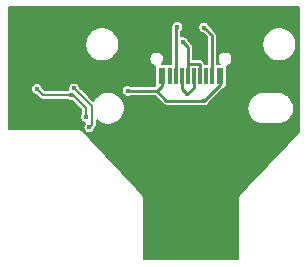
<source format=gbr>
%TF.GenerationSoftware,KiCad,Pcbnew,(5.1.10)-1*%
%TF.CreationDate,2022-03-08T18:55:03-05:00*%
%TF.ProjectId,001,3030312e-6b69-4636-9164-5f7063625858,rev?*%
%TF.SameCoordinates,Original*%
%TF.FileFunction,Copper,L2,Bot*%
%TF.FilePolarity,Positive*%
%FSLAX46Y46*%
G04 Gerber Fmt 4.6, Leading zero omitted, Abs format (unit mm)*
G04 Created by KiCad (PCBNEW (5.1.10)-1) date 2022-03-08 18:55:03*
%MOMM*%
%LPD*%
G01*
G04 APERTURE LIST*
%TA.AperFunction,SMDPad,CuDef*%
%ADD10R,0.600000X1.450000*%
%TD*%
%TA.AperFunction,SMDPad,CuDef*%
%ADD11R,0.300000X1.450000*%
%TD*%
%TA.AperFunction,ComponentPad*%
%ADD12O,1.000000X2.100000*%
%TD*%
%TA.AperFunction,ComponentPad*%
%ADD13O,1.000000X1.600000*%
%TD*%
%TA.AperFunction,ViaPad*%
%ADD14C,0.400000*%
%TD*%
%TA.AperFunction,Conductor*%
%ADD15C,0.250000*%
%TD*%
%TA.AperFunction,Conductor*%
%ADD16C,0.200000*%
%TD*%
%TA.AperFunction,Conductor*%
%ADD17C,0.100000*%
%TD*%
G04 APERTURE END LIST*
D10*
%TO.P,USB,B1*%
%TO.N,GND*%
X123154900Y-59515900D03*
%TO.P,USB,A9*%
%TO.N,VCC*%
X122354900Y-59515900D03*
%TO.P,USB,B9*%
X117454900Y-59515900D03*
%TO.P,USB,B12*%
%TO.N,GND*%
X116654900Y-59515900D03*
%TO.P,USB,A1*%
X116654900Y-59515900D03*
%TO.P,USB,A4*%
%TO.N,VCC*%
X117454900Y-59515900D03*
%TO.P,USB,B4*%
X122354900Y-59515900D03*
%TO.P,USB,A12*%
%TO.N,GND*%
X123154900Y-59515900D03*
D11*
%TO.P,USB,B8*%
%TO.N,Net-(J1-PadB8)*%
X118154900Y-59515900D03*
%TO.P,USB,A5*%
%TO.N,Net-(J1-PadA5)*%
X118654900Y-59515900D03*
%TO.P,USB,B7*%
%TO.N,Net-(J1-PadA7)*%
X119154900Y-59515900D03*
%TO.P,USB,A7*%
X120154900Y-59515900D03*
%TO.P,USB,B6*%
%TO.N,Net-(J1-PadA6)*%
X120654900Y-59515900D03*
%TO.P,USB,A8*%
%TO.N,Net-(J1-PadA8)*%
X121154900Y-59515900D03*
%TO.P,USB,B5*%
%TO.N,Net-(J1-PadB5)*%
X121654900Y-59515900D03*
%TO.P,USB,A6*%
%TO.N,Net-(J1-PadA6)*%
X119654900Y-59515900D03*
D12*
%TO.P,USB,S1*%
%TO.N,GND*%
X124224900Y-58600900D03*
X115584900Y-58600900D03*
D13*
X115584900Y-54420900D03*
X124224900Y-54420900D03*
%TD*%
D14*
%TO.N,GND*%
X114465100Y-56540400D03*
X110159800Y-58788300D03*
X110350300Y-57124600D03*
X112306100Y-54254400D03*
X106527600Y-57569100D03*
X119507000Y-68986400D03*
X116382800Y-70878700D03*
X112052100Y-59893200D03*
X112953800Y-58864500D03*
X109791500Y-59969400D03*
X106464100Y-56146700D03*
X121742200Y-70624700D03*
X106553000Y-59029600D03*
X110151346Y-62124454D03*
%TO.N,Net-(J1-PadA6)*%
X119204900Y-56620900D03*
%TO.N,Net-(J1-PadB5)*%
X121004900Y-55420900D03*
%TO.N,Net-(J1-PadA7)*%
X119604900Y-61070900D03*
%TO.N,Net-(J1-PadA5)*%
X118754900Y-55370900D03*
%TO.N,VCC*%
X114546168Y-60779632D03*
X121034901Y-61595901D03*
%TO.N,/R*%
X106857800Y-60629800D03*
X111027496Y-63000604D03*
X109778800Y-61120900D03*
%TO.N,/G*%
X111298071Y-63873029D03*
X110015139Y-60569406D03*
%TD*%
D15*
%TO.N,Net-(J1-PadA6)*%
X119744899Y-58465899D02*
X119654900Y-58555898D01*
X119654900Y-58555898D02*
X119654900Y-59515900D01*
X119654900Y-59515900D02*
X119654900Y-57070900D01*
X119654900Y-57070900D02*
X119204900Y-56620900D01*
X120654900Y-58540900D02*
X120579899Y-58465899D01*
X120654900Y-59515900D02*
X120654900Y-58540900D01*
X120579899Y-58465899D02*
X119744899Y-58465899D01*
%TO.N,Net-(J1-PadB5)*%
X121654900Y-56070900D02*
X121004900Y-55420900D01*
X121654900Y-59515900D02*
X121654900Y-56070900D01*
%TO.N,Net-(J1-PadA7)*%
X119154900Y-60620900D02*
X119154900Y-59515900D01*
X120154900Y-59515900D02*
X120154900Y-60520900D01*
X120154900Y-60520900D02*
X119604900Y-61070900D01*
X119604900Y-61070900D02*
X119154900Y-60620900D01*
%TO.N,Net-(J1-PadA5)*%
X118654900Y-59515900D02*
X118654900Y-55470900D01*
X118654900Y-55470900D02*
X118754900Y-55370900D01*
%TO.N,VCC*%
X122354900Y-59515900D02*
X122354900Y-60275902D01*
X122354900Y-60275902D02*
X121034901Y-61595901D01*
X114546168Y-60779632D02*
X117001170Y-60779632D01*
X117001170Y-60779632D02*
X117454900Y-60325902D01*
X117454900Y-60325902D02*
X117454900Y-59515900D01*
X121034901Y-61595901D02*
X117817439Y-61595901D01*
X117817439Y-61595901D02*
X117001170Y-60779632D01*
D16*
%TO.N,/R*%
X109778800Y-61120900D02*
X107348900Y-61120900D01*
X107348900Y-61120900D02*
X106857800Y-60629800D01*
X109887794Y-61120900D02*
X109778800Y-61120900D01*
X111027496Y-63000604D02*
X111027496Y-62260602D01*
X111027496Y-62260602D02*
X109887794Y-61120900D01*
%TO.N,/G*%
X111527497Y-63643603D02*
X111527497Y-62081764D01*
X111298071Y-63873029D02*
X111527497Y-63643603D01*
X111527497Y-62081764D02*
X110015139Y-60569406D01*
%TD*%
%TO.N,GND*%
X129088000Y-64258884D02*
X123984482Y-69610983D01*
X123975080Y-69618699D01*
X123962452Y-69634085D01*
X123959779Y-69636889D01*
X123952322Y-69646429D01*
X123934466Y-69668186D01*
X123932629Y-69671623D01*
X123930230Y-69674692D01*
X123917555Y-69699824D01*
X123904288Y-69724646D01*
X123903157Y-69728374D01*
X123901402Y-69731854D01*
X123893866Y-69759002D01*
X123885704Y-69785909D01*
X123885323Y-69789780D01*
X123884279Y-69793540D01*
X123882185Y-69821642D01*
X123881001Y-69833659D01*
X123881001Y-69837523D01*
X123879521Y-69857381D01*
X123881001Y-69869458D01*
X123881000Y-75049500D01*
X115958500Y-75049500D01*
X115958500Y-69870776D01*
X115959928Y-69859657D01*
X115958500Y-69838868D01*
X115958500Y-69834039D01*
X115957404Y-69822911D01*
X115955541Y-69795789D01*
X115954272Y-69791112D01*
X115953797Y-69786289D01*
X115945901Y-69760260D01*
X115938777Y-69734003D01*
X115936619Y-69729663D01*
X115935213Y-69725026D01*
X115922388Y-69701031D01*
X115910281Y-69676675D01*
X115907321Y-69672842D01*
X115905035Y-69668566D01*
X115887765Y-69647524D01*
X115880952Y-69638702D01*
X115877653Y-69635202D01*
X115864421Y-69619079D01*
X115855748Y-69611961D01*
X110670654Y-64110702D01*
X110657421Y-64094579D01*
X110636379Y-64077310D01*
X110615884Y-64059450D01*
X110611684Y-64057043D01*
X110607934Y-64053965D01*
X110583918Y-64041129D01*
X110560341Y-64027615D01*
X110555750Y-64026073D01*
X110551474Y-64023787D01*
X110525438Y-64015889D01*
X110499655Y-64007227D01*
X110494848Y-64006610D01*
X110490211Y-64005203D01*
X110463117Y-64002534D01*
X110436157Y-63999072D01*
X110415368Y-64000500D01*
X104465000Y-64000500D01*
X104465000Y-60580554D01*
X106357800Y-60580554D01*
X106357800Y-60679046D01*
X106377015Y-60775645D01*
X106414706Y-60866639D01*
X106469425Y-60948531D01*
X106539069Y-61018175D01*
X106620961Y-61072894D01*
X106711955Y-61110585D01*
X106788033Y-61125718D01*
X107052167Y-61389853D01*
X107064689Y-61405111D01*
X107079947Y-61417633D01*
X107079949Y-61417635D01*
X107106752Y-61439631D01*
X107125597Y-61455097D01*
X107195086Y-61492240D01*
X107270486Y-61515112D01*
X107329253Y-61520900D01*
X107329263Y-61520900D01*
X107348899Y-61522834D01*
X107368535Y-61520900D01*
X109477467Y-61520900D01*
X109541961Y-61563994D01*
X109632955Y-61601685D01*
X109729554Y-61620900D01*
X109822109Y-61620900D01*
X110627497Y-62426289D01*
X110627496Y-62699270D01*
X110584402Y-62763765D01*
X110546711Y-62854759D01*
X110527496Y-62951358D01*
X110527496Y-63049850D01*
X110546711Y-63146449D01*
X110584402Y-63237443D01*
X110639121Y-63319335D01*
X110708765Y-63388979D01*
X110790657Y-63443698D01*
X110881651Y-63481389D01*
X110965855Y-63498139D01*
X110909696Y-63554298D01*
X110854977Y-63636190D01*
X110817286Y-63727184D01*
X110798071Y-63823783D01*
X110798071Y-63922275D01*
X110817286Y-64018874D01*
X110854977Y-64109868D01*
X110909696Y-64191760D01*
X110979340Y-64261404D01*
X111061232Y-64316123D01*
X111152226Y-64353814D01*
X111248825Y-64373029D01*
X111347317Y-64373029D01*
X111443916Y-64353814D01*
X111534910Y-64316123D01*
X111616802Y-64261404D01*
X111686446Y-64191760D01*
X111741165Y-64109868D01*
X111778856Y-64018874D01*
X111793989Y-63942795D01*
X111796441Y-63940343D01*
X111811708Y-63927814D01*
X111861694Y-63866906D01*
X111898837Y-63797417D01*
X111921709Y-63722017D01*
X111927497Y-63663250D01*
X111927497Y-63663240D01*
X111929431Y-63643604D01*
X111927497Y-63623968D01*
X111927497Y-63235146D01*
X112019921Y-63327570D01*
X112247302Y-63479500D01*
X112499953Y-63584152D01*
X112768166Y-63637503D01*
X113041634Y-63637503D01*
X113309847Y-63584152D01*
X113562498Y-63479500D01*
X113789879Y-63327570D01*
X113983250Y-63134199D01*
X114135180Y-62906818D01*
X114239832Y-62654167D01*
X114293183Y-62385954D01*
X114293183Y-62227096D01*
X124681263Y-62227096D01*
X124681469Y-62256556D01*
X124681264Y-62286005D01*
X124681706Y-62290521D01*
X124703126Y-62494323D01*
X124709049Y-62523178D01*
X124714569Y-62552113D01*
X124715881Y-62556458D01*
X124776479Y-62752217D01*
X124787898Y-62779381D01*
X124798928Y-62806681D01*
X124801058Y-62810689D01*
X124898525Y-62990951D01*
X124914992Y-63015363D01*
X124931126Y-63040019D01*
X124933994Y-63043536D01*
X125064617Y-63201432D01*
X125085511Y-63222180D01*
X125106128Y-63243233D01*
X125109625Y-63246126D01*
X125268429Y-63375644D01*
X125292974Y-63391951D01*
X125317269Y-63408586D01*
X125321261Y-63410745D01*
X125502198Y-63506951D01*
X125529412Y-63518167D01*
X125556505Y-63529779D01*
X125560840Y-63531122D01*
X125757018Y-63590352D01*
X125785916Y-63596074D01*
X125814726Y-63602197D01*
X125819240Y-63602672D01*
X126023186Y-63622669D01*
X126023192Y-63622669D01*
X126038939Y-63624220D01*
X127270861Y-63624220D01*
X127287644Y-63622567D01*
X127301275Y-63622567D01*
X127305788Y-63622093D01*
X127509435Y-63599250D01*
X127538225Y-63593130D01*
X127567142Y-63587404D01*
X127571477Y-63586062D01*
X127766809Y-63524099D01*
X127793841Y-63512512D01*
X127821117Y-63501270D01*
X127825109Y-63499111D01*
X128004685Y-63400388D01*
X128028992Y-63383745D01*
X128053523Y-63367446D01*
X128057020Y-63364554D01*
X128214002Y-63232832D01*
X128234607Y-63211790D01*
X128255512Y-63191030D01*
X128258381Y-63187513D01*
X128386788Y-63027808D01*
X128402924Y-63003149D01*
X128419389Y-62978739D01*
X128421519Y-62974732D01*
X128516459Y-62793128D01*
X128527476Y-62765859D01*
X128538908Y-62738663D01*
X128540220Y-62734318D01*
X128598079Y-62537731D01*
X128603600Y-62508790D01*
X128609521Y-62479941D01*
X128609965Y-62475424D01*
X128628537Y-62271345D01*
X128628331Y-62241885D01*
X128628536Y-62212436D01*
X128628094Y-62207919D01*
X128606674Y-62004117D01*
X128600751Y-61975263D01*
X128595231Y-61946327D01*
X128593919Y-61941983D01*
X128533321Y-61746223D01*
X128521907Y-61719071D01*
X128510872Y-61691759D01*
X128508742Y-61687752D01*
X128411275Y-61507489D01*
X128394808Y-61483077D01*
X128378674Y-61458421D01*
X128375806Y-61454904D01*
X128245183Y-61297008D01*
X128224272Y-61276243D01*
X128203672Y-61255207D01*
X128200175Y-61252314D01*
X128041370Y-61122796D01*
X128016821Y-61106485D01*
X127992531Y-61089854D01*
X127988539Y-61087695D01*
X127807602Y-60991489D01*
X127780420Y-60980286D01*
X127753295Y-60968660D01*
X127748960Y-60967318D01*
X127552782Y-60908088D01*
X127523884Y-60902366D01*
X127495074Y-60896243D01*
X127490560Y-60895768D01*
X127286614Y-60875771D01*
X127286608Y-60875771D01*
X127270861Y-60874220D01*
X126038939Y-60874220D01*
X126022156Y-60875873D01*
X126008525Y-60875873D01*
X126004012Y-60876347D01*
X125800365Y-60899190D01*
X125771538Y-60905318D01*
X125742658Y-60911037D01*
X125738322Y-60912378D01*
X125542991Y-60974341D01*
X125515947Y-60985933D01*
X125488683Y-60997170D01*
X125484691Y-60999328D01*
X125305115Y-61098052D01*
X125280834Y-61114677D01*
X125256277Y-61130993D01*
X125252780Y-61133886D01*
X125095799Y-61265608D01*
X125075196Y-61286647D01*
X125054288Y-61307410D01*
X125051419Y-61310927D01*
X124923012Y-61470633D01*
X124906876Y-61495292D01*
X124890411Y-61519702D01*
X124888280Y-61523709D01*
X124793341Y-61705312D01*
X124782312Y-61732610D01*
X124770892Y-61759777D01*
X124769580Y-61764121D01*
X124711721Y-61960709D01*
X124706199Y-61989656D01*
X124700279Y-62018499D01*
X124699835Y-62023016D01*
X124681263Y-62227096D01*
X114293183Y-62227096D01*
X114293183Y-62112486D01*
X114239832Y-61844273D01*
X114135180Y-61591622D01*
X113983250Y-61364241D01*
X113789879Y-61170870D01*
X113562498Y-61018940D01*
X113309847Y-60914288D01*
X113041634Y-60860937D01*
X112768166Y-60860937D01*
X112499953Y-60914288D01*
X112247302Y-61018940D01*
X112019921Y-61170870D01*
X111826550Y-61364241D01*
X111674620Y-61591622D01*
X111653655Y-61642236D01*
X110741805Y-60730386D01*
X114046168Y-60730386D01*
X114046168Y-60828878D01*
X114065383Y-60925477D01*
X114103074Y-61016471D01*
X114157793Y-61098363D01*
X114227437Y-61168007D01*
X114309329Y-61222726D01*
X114400323Y-61260417D01*
X114496922Y-61279632D01*
X114595414Y-61279632D01*
X114692013Y-61260417D01*
X114783007Y-61222726D01*
X114810086Y-61204632D01*
X116825130Y-61204632D01*
X117502160Y-61881663D01*
X117515465Y-61897875D01*
X117531677Y-61911180D01*
X117531678Y-61911181D01*
X117535883Y-61914632D01*
X117580179Y-61950985D01*
X117627711Y-61976391D01*
X117654011Y-61990449D01*
X117699066Y-62004116D01*
X117734125Y-62014751D01*
X117796565Y-62020901D01*
X117796572Y-62020901D01*
X117817439Y-62022956D01*
X117838306Y-62020901D01*
X120770983Y-62020901D01*
X120798062Y-62038995D01*
X120889056Y-62076686D01*
X120985655Y-62095901D01*
X121084147Y-62095901D01*
X121180746Y-62076686D01*
X121271740Y-62038995D01*
X121353632Y-61984276D01*
X121423276Y-61914632D01*
X121477995Y-61832740D01*
X121515686Y-61741746D01*
X121522040Y-61709802D01*
X122640662Y-60591181D01*
X122656874Y-60577876D01*
X122686503Y-60541774D01*
X122688766Y-60539016D01*
X122713710Y-60536559D01*
X122770260Y-60519404D01*
X122822377Y-60491547D01*
X122868058Y-60454058D01*
X122905547Y-60408377D01*
X122933404Y-60356260D01*
X122950559Y-60299710D01*
X122956351Y-60240900D01*
X122956351Y-58790900D01*
X122950559Y-58732090D01*
X122934850Y-58680306D01*
X122977206Y-58671881D01*
X123090948Y-58624768D01*
X123193314Y-58556369D01*
X123280369Y-58469314D01*
X123348768Y-58366948D01*
X123395881Y-58253206D01*
X123419900Y-58132457D01*
X123419900Y-58009343D01*
X123395881Y-57888594D01*
X123348768Y-57774852D01*
X123280369Y-57672486D01*
X123193314Y-57585431D01*
X123090948Y-57517032D01*
X122977206Y-57469919D01*
X122856457Y-57445900D01*
X122733343Y-57445900D01*
X122612594Y-57469919D01*
X122498852Y-57517032D01*
X122396486Y-57585431D01*
X122309431Y-57672486D01*
X122241032Y-57774852D01*
X122193919Y-57888594D01*
X122169900Y-58009343D01*
X122169900Y-58132457D01*
X122193919Y-58253206D01*
X122241032Y-58366948D01*
X122309431Y-58469314D01*
X122329566Y-58489449D01*
X122079900Y-58489449D01*
X122079900Y-56707585D01*
X125964078Y-56707585D01*
X125964078Y-56990855D01*
X126019341Y-57268681D01*
X126127744Y-57530388D01*
X126285120Y-57765918D01*
X126485422Y-57966220D01*
X126720952Y-58123596D01*
X126982659Y-58231999D01*
X127260485Y-58287262D01*
X127543755Y-58287262D01*
X127821581Y-58231999D01*
X128083288Y-58123596D01*
X128318818Y-57966220D01*
X128519120Y-57765918D01*
X128676496Y-57530388D01*
X128784899Y-57268681D01*
X128840162Y-56990855D01*
X128840162Y-56707585D01*
X128784899Y-56429759D01*
X128676496Y-56168052D01*
X128519120Y-55932522D01*
X128318818Y-55732220D01*
X128083288Y-55574844D01*
X127821581Y-55466441D01*
X127543755Y-55411178D01*
X127260485Y-55411178D01*
X126982659Y-55466441D01*
X126720952Y-55574844D01*
X126485422Y-55732220D01*
X126285120Y-55932522D01*
X126127744Y-56168052D01*
X126019341Y-56429759D01*
X125964078Y-56707585D01*
X122079900Y-56707585D01*
X122079900Y-56091767D01*
X122081955Y-56070900D01*
X122079900Y-56050033D01*
X122079900Y-56050026D01*
X122073750Y-55987586D01*
X122049448Y-55907473D01*
X122049448Y-55907472D01*
X122035701Y-55881755D01*
X122009984Y-55833640D01*
X121956874Y-55768926D01*
X121940662Y-55755621D01*
X121492039Y-55306999D01*
X121485685Y-55275055D01*
X121447994Y-55184061D01*
X121393275Y-55102169D01*
X121323631Y-55032525D01*
X121241739Y-54977806D01*
X121150745Y-54940115D01*
X121054146Y-54920900D01*
X120955654Y-54920900D01*
X120859055Y-54940115D01*
X120768061Y-54977806D01*
X120686169Y-55032525D01*
X120616525Y-55102169D01*
X120561806Y-55184061D01*
X120524115Y-55275055D01*
X120504900Y-55371654D01*
X120504900Y-55470146D01*
X120524115Y-55566745D01*
X120561806Y-55657739D01*
X120616525Y-55739631D01*
X120686169Y-55809275D01*
X120768061Y-55863994D01*
X120859055Y-55901685D01*
X120890999Y-55908039D01*
X121229901Y-56246942D01*
X121229900Y-58489449D01*
X121076888Y-58489449D01*
X121073750Y-58457586D01*
X121049448Y-58377473D01*
X121009984Y-58303640D01*
X120956874Y-58238926D01*
X120940656Y-58225616D01*
X120895183Y-58180143D01*
X120881873Y-58163925D01*
X120817159Y-58110815D01*
X120743326Y-58071351D01*
X120663213Y-58047049D01*
X120600773Y-58040899D01*
X120600766Y-58040899D01*
X120579899Y-58038844D01*
X120559032Y-58040899D01*
X120079900Y-58040899D01*
X120079900Y-57091766D01*
X120081955Y-57070899D01*
X120079900Y-57050032D01*
X120079900Y-57050026D01*
X120073750Y-56987586D01*
X120049448Y-56907473D01*
X120009984Y-56833640D01*
X119956874Y-56768926D01*
X119940662Y-56755621D01*
X119692039Y-56506999D01*
X119685685Y-56475055D01*
X119647994Y-56384061D01*
X119593275Y-56302169D01*
X119523631Y-56232525D01*
X119441739Y-56177806D01*
X119350745Y-56140115D01*
X119254146Y-56120900D01*
X119155654Y-56120900D01*
X119079900Y-56135969D01*
X119079900Y-55753006D01*
X119143275Y-55689631D01*
X119197994Y-55607739D01*
X119235685Y-55516745D01*
X119254900Y-55420146D01*
X119254900Y-55321654D01*
X119235685Y-55225055D01*
X119197994Y-55134061D01*
X119143275Y-55052169D01*
X119073631Y-54982525D01*
X118991739Y-54927806D01*
X118900745Y-54890115D01*
X118804146Y-54870900D01*
X118705654Y-54870900D01*
X118609055Y-54890115D01*
X118518061Y-54927806D01*
X118436169Y-54982525D01*
X118366525Y-55052169D01*
X118311806Y-55134061D01*
X118274115Y-55225055D01*
X118254900Y-55321654D01*
X118254900Y-55325448D01*
X118236050Y-55387586D01*
X118227845Y-55470900D01*
X118229901Y-55491777D01*
X118229900Y-58489449D01*
X118004900Y-58489449D01*
X117946090Y-58495241D01*
X117889540Y-58512396D01*
X117879900Y-58517549D01*
X117870260Y-58512396D01*
X117813710Y-58495241D01*
X117754900Y-58489449D01*
X117480234Y-58489449D01*
X117500369Y-58469314D01*
X117568768Y-58366948D01*
X117615881Y-58253206D01*
X117639900Y-58132457D01*
X117639900Y-58009343D01*
X117615881Y-57888594D01*
X117568768Y-57774852D01*
X117500369Y-57672486D01*
X117413314Y-57585431D01*
X117310948Y-57517032D01*
X117197206Y-57469919D01*
X117076457Y-57445900D01*
X116953343Y-57445900D01*
X116832594Y-57469919D01*
X116718852Y-57517032D01*
X116616486Y-57585431D01*
X116529431Y-57672486D01*
X116461032Y-57774852D01*
X116413919Y-57888594D01*
X116389900Y-58009343D01*
X116389900Y-58132457D01*
X116413919Y-58253206D01*
X116461032Y-58366948D01*
X116529431Y-58469314D01*
X116616486Y-58556369D01*
X116718852Y-58624768D01*
X116832594Y-58671881D01*
X116874950Y-58680306D01*
X116859241Y-58732090D01*
X116853449Y-58790900D01*
X116853449Y-60240900D01*
X116859241Y-60299710D01*
X116864085Y-60315677D01*
X116825130Y-60354632D01*
X114810086Y-60354632D01*
X114783007Y-60336538D01*
X114692013Y-60298847D01*
X114595414Y-60279632D01*
X114496922Y-60279632D01*
X114400323Y-60298847D01*
X114309329Y-60336538D01*
X114227437Y-60391257D01*
X114157793Y-60460901D01*
X114103074Y-60542793D01*
X114065383Y-60633787D01*
X114046168Y-60730386D01*
X110741805Y-60730386D01*
X110511057Y-60499639D01*
X110495924Y-60423561D01*
X110458233Y-60332567D01*
X110403514Y-60250675D01*
X110333870Y-60181031D01*
X110251978Y-60126312D01*
X110160984Y-60088621D01*
X110064385Y-60069406D01*
X109965893Y-60069406D01*
X109869294Y-60088621D01*
X109778300Y-60126312D01*
X109696408Y-60181031D01*
X109626764Y-60250675D01*
X109572045Y-60332567D01*
X109534354Y-60423561D01*
X109515139Y-60520160D01*
X109515139Y-60618652D01*
X109528672Y-60686686D01*
X109477467Y-60720900D01*
X107514586Y-60720900D01*
X107353718Y-60560033D01*
X107338585Y-60483955D01*
X107300894Y-60392961D01*
X107246175Y-60311069D01*
X107176531Y-60241425D01*
X107094639Y-60186706D01*
X107003645Y-60149015D01*
X106907046Y-60129800D01*
X106808554Y-60129800D01*
X106711955Y-60149015D01*
X106620961Y-60186706D01*
X106539069Y-60241425D01*
X106469425Y-60311069D01*
X106414706Y-60392961D01*
X106377015Y-60483955D01*
X106357800Y-60580554D01*
X104465000Y-60580554D01*
X104465000Y-56707585D01*
X110964078Y-56707585D01*
X110964078Y-56990855D01*
X111019341Y-57268681D01*
X111127744Y-57530388D01*
X111285120Y-57765918D01*
X111485422Y-57966220D01*
X111720952Y-58123596D01*
X111982659Y-58231999D01*
X112260485Y-58287262D01*
X112543755Y-58287262D01*
X112821581Y-58231999D01*
X113083288Y-58123596D01*
X113318818Y-57966220D01*
X113519120Y-57765918D01*
X113676496Y-57530388D01*
X113784899Y-57268681D01*
X113840162Y-56990855D01*
X113840162Y-56707585D01*
X113784899Y-56429759D01*
X113676496Y-56168052D01*
X113519120Y-55932522D01*
X113318818Y-55732220D01*
X113083288Y-55574844D01*
X112821581Y-55466441D01*
X112543755Y-55411178D01*
X112260485Y-55411178D01*
X111982659Y-55466441D01*
X111720952Y-55574844D01*
X111485422Y-55732220D01*
X111285120Y-55932522D01*
X111127744Y-56168052D01*
X111019341Y-56429759D01*
X110964078Y-56707585D01*
X104465000Y-56707585D01*
X104465000Y-53665000D01*
X129088001Y-53665000D01*
X129088000Y-64258884D01*
%TA.AperFunction,Conductor*%
D17*
G36*
X129088000Y-64258884D02*
G01*
X123984482Y-69610983D01*
X123975080Y-69618699D01*
X123962452Y-69634085D01*
X123959779Y-69636889D01*
X123952322Y-69646429D01*
X123934466Y-69668186D01*
X123932629Y-69671623D01*
X123930230Y-69674692D01*
X123917555Y-69699824D01*
X123904288Y-69724646D01*
X123903157Y-69728374D01*
X123901402Y-69731854D01*
X123893866Y-69759002D01*
X123885704Y-69785909D01*
X123885323Y-69789780D01*
X123884279Y-69793540D01*
X123882185Y-69821642D01*
X123881001Y-69833659D01*
X123881001Y-69837523D01*
X123879521Y-69857381D01*
X123881001Y-69869458D01*
X123881000Y-75049500D01*
X115958500Y-75049500D01*
X115958500Y-69870776D01*
X115959928Y-69859657D01*
X115958500Y-69838868D01*
X115958500Y-69834039D01*
X115957404Y-69822911D01*
X115955541Y-69795789D01*
X115954272Y-69791112D01*
X115953797Y-69786289D01*
X115945901Y-69760260D01*
X115938777Y-69734003D01*
X115936619Y-69729663D01*
X115935213Y-69725026D01*
X115922388Y-69701031D01*
X115910281Y-69676675D01*
X115907321Y-69672842D01*
X115905035Y-69668566D01*
X115887765Y-69647524D01*
X115880952Y-69638702D01*
X115877653Y-69635202D01*
X115864421Y-69619079D01*
X115855748Y-69611961D01*
X110670654Y-64110702D01*
X110657421Y-64094579D01*
X110636379Y-64077310D01*
X110615884Y-64059450D01*
X110611684Y-64057043D01*
X110607934Y-64053965D01*
X110583918Y-64041129D01*
X110560341Y-64027615D01*
X110555750Y-64026073D01*
X110551474Y-64023787D01*
X110525438Y-64015889D01*
X110499655Y-64007227D01*
X110494848Y-64006610D01*
X110490211Y-64005203D01*
X110463117Y-64002534D01*
X110436157Y-63999072D01*
X110415368Y-64000500D01*
X104465000Y-64000500D01*
X104465000Y-60580554D01*
X106357800Y-60580554D01*
X106357800Y-60679046D01*
X106377015Y-60775645D01*
X106414706Y-60866639D01*
X106469425Y-60948531D01*
X106539069Y-61018175D01*
X106620961Y-61072894D01*
X106711955Y-61110585D01*
X106788033Y-61125718D01*
X107052167Y-61389853D01*
X107064689Y-61405111D01*
X107079947Y-61417633D01*
X107079949Y-61417635D01*
X107106752Y-61439631D01*
X107125597Y-61455097D01*
X107195086Y-61492240D01*
X107270486Y-61515112D01*
X107329253Y-61520900D01*
X107329263Y-61520900D01*
X107348899Y-61522834D01*
X107368535Y-61520900D01*
X109477467Y-61520900D01*
X109541961Y-61563994D01*
X109632955Y-61601685D01*
X109729554Y-61620900D01*
X109822109Y-61620900D01*
X110627497Y-62426289D01*
X110627496Y-62699270D01*
X110584402Y-62763765D01*
X110546711Y-62854759D01*
X110527496Y-62951358D01*
X110527496Y-63049850D01*
X110546711Y-63146449D01*
X110584402Y-63237443D01*
X110639121Y-63319335D01*
X110708765Y-63388979D01*
X110790657Y-63443698D01*
X110881651Y-63481389D01*
X110965855Y-63498139D01*
X110909696Y-63554298D01*
X110854977Y-63636190D01*
X110817286Y-63727184D01*
X110798071Y-63823783D01*
X110798071Y-63922275D01*
X110817286Y-64018874D01*
X110854977Y-64109868D01*
X110909696Y-64191760D01*
X110979340Y-64261404D01*
X111061232Y-64316123D01*
X111152226Y-64353814D01*
X111248825Y-64373029D01*
X111347317Y-64373029D01*
X111443916Y-64353814D01*
X111534910Y-64316123D01*
X111616802Y-64261404D01*
X111686446Y-64191760D01*
X111741165Y-64109868D01*
X111778856Y-64018874D01*
X111793989Y-63942795D01*
X111796441Y-63940343D01*
X111811708Y-63927814D01*
X111861694Y-63866906D01*
X111898837Y-63797417D01*
X111921709Y-63722017D01*
X111927497Y-63663250D01*
X111927497Y-63663240D01*
X111929431Y-63643604D01*
X111927497Y-63623968D01*
X111927497Y-63235146D01*
X112019921Y-63327570D01*
X112247302Y-63479500D01*
X112499953Y-63584152D01*
X112768166Y-63637503D01*
X113041634Y-63637503D01*
X113309847Y-63584152D01*
X113562498Y-63479500D01*
X113789879Y-63327570D01*
X113983250Y-63134199D01*
X114135180Y-62906818D01*
X114239832Y-62654167D01*
X114293183Y-62385954D01*
X114293183Y-62227096D01*
X124681263Y-62227096D01*
X124681469Y-62256556D01*
X124681264Y-62286005D01*
X124681706Y-62290521D01*
X124703126Y-62494323D01*
X124709049Y-62523178D01*
X124714569Y-62552113D01*
X124715881Y-62556458D01*
X124776479Y-62752217D01*
X124787898Y-62779381D01*
X124798928Y-62806681D01*
X124801058Y-62810689D01*
X124898525Y-62990951D01*
X124914992Y-63015363D01*
X124931126Y-63040019D01*
X124933994Y-63043536D01*
X125064617Y-63201432D01*
X125085511Y-63222180D01*
X125106128Y-63243233D01*
X125109625Y-63246126D01*
X125268429Y-63375644D01*
X125292974Y-63391951D01*
X125317269Y-63408586D01*
X125321261Y-63410745D01*
X125502198Y-63506951D01*
X125529412Y-63518167D01*
X125556505Y-63529779D01*
X125560840Y-63531122D01*
X125757018Y-63590352D01*
X125785916Y-63596074D01*
X125814726Y-63602197D01*
X125819240Y-63602672D01*
X126023186Y-63622669D01*
X126023192Y-63622669D01*
X126038939Y-63624220D01*
X127270861Y-63624220D01*
X127287644Y-63622567D01*
X127301275Y-63622567D01*
X127305788Y-63622093D01*
X127509435Y-63599250D01*
X127538225Y-63593130D01*
X127567142Y-63587404D01*
X127571477Y-63586062D01*
X127766809Y-63524099D01*
X127793841Y-63512512D01*
X127821117Y-63501270D01*
X127825109Y-63499111D01*
X128004685Y-63400388D01*
X128028992Y-63383745D01*
X128053523Y-63367446D01*
X128057020Y-63364554D01*
X128214002Y-63232832D01*
X128234607Y-63211790D01*
X128255512Y-63191030D01*
X128258381Y-63187513D01*
X128386788Y-63027808D01*
X128402924Y-63003149D01*
X128419389Y-62978739D01*
X128421519Y-62974732D01*
X128516459Y-62793128D01*
X128527476Y-62765859D01*
X128538908Y-62738663D01*
X128540220Y-62734318D01*
X128598079Y-62537731D01*
X128603600Y-62508790D01*
X128609521Y-62479941D01*
X128609965Y-62475424D01*
X128628537Y-62271345D01*
X128628331Y-62241885D01*
X128628536Y-62212436D01*
X128628094Y-62207919D01*
X128606674Y-62004117D01*
X128600751Y-61975263D01*
X128595231Y-61946327D01*
X128593919Y-61941983D01*
X128533321Y-61746223D01*
X128521907Y-61719071D01*
X128510872Y-61691759D01*
X128508742Y-61687752D01*
X128411275Y-61507489D01*
X128394808Y-61483077D01*
X128378674Y-61458421D01*
X128375806Y-61454904D01*
X128245183Y-61297008D01*
X128224272Y-61276243D01*
X128203672Y-61255207D01*
X128200175Y-61252314D01*
X128041370Y-61122796D01*
X128016821Y-61106485D01*
X127992531Y-61089854D01*
X127988539Y-61087695D01*
X127807602Y-60991489D01*
X127780420Y-60980286D01*
X127753295Y-60968660D01*
X127748960Y-60967318D01*
X127552782Y-60908088D01*
X127523884Y-60902366D01*
X127495074Y-60896243D01*
X127490560Y-60895768D01*
X127286614Y-60875771D01*
X127286608Y-60875771D01*
X127270861Y-60874220D01*
X126038939Y-60874220D01*
X126022156Y-60875873D01*
X126008525Y-60875873D01*
X126004012Y-60876347D01*
X125800365Y-60899190D01*
X125771538Y-60905318D01*
X125742658Y-60911037D01*
X125738322Y-60912378D01*
X125542991Y-60974341D01*
X125515947Y-60985933D01*
X125488683Y-60997170D01*
X125484691Y-60999328D01*
X125305115Y-61098052D01*
X125280834Y-61114677D01*
X125256277Y-61130993D01*
X125252780Y-61133886D01*
X125095799Y-61265608D01*
X125075196Y-61286647D01*
X125054288Y-61307410D01*
X125051419Y-61310927D01*
X124923012Y-61470633D01*
X124906876Y-61495292D01*
X124890411Y-61519702D01*
X124888280Y-61523709D01*
X124793341Y-61705312D01*
X124782312Y-61732610D01*
X124770892Y-61759777D01*
X124769580Y-61764121D01*
X124711721Y-61960709D01*
X124706199Y-61989656D01*
X124700279Y-62018499D01*
X124699835Y-62023016D01*
X124681263Y-62227096D01*
X114293183Y-62227096D01*
X114293183Y-62112486D01*
X114239832Y-61844273D01*
X114135180Y-61591622D01*
X113983250Y-61364241D01*
X113789879Y-61170870D01*
X113562498Y-61018940D01*
X113309847Y-60914288D01*
X113041634Y-60860937D01*
X112768166Y-60860937D01*
X112499953Y-60914288D01*
X112247302Y-61018940D01*
X112019921Y-61170870D01*
X111826550Y-61364241D01*
X111674620Y-61591622D01*
X111653655Y-61642236D01*
X110741805Y-60730386D01*
X114046168Y-60730386D01*
X114046168Y-60828878D01*
X114065383Y-60925477D01*
X114103074Y-61016471D01*
X114157793Y-61098363D01*
X114227437Y-61168007D01*
X114309329Y-61222726D01*
X114400323Y-61260417D01*
X114496922Y-61279632D01*
X114595414Y-61279632D01*
X114692013Y-61260417D01*
X114783007Y-61222726D01*
X114810086Y-61204632D01*
X116825130Y-61204632D01*
X117502160Y-61881663D01*
X117515465Y-61897875D01*
X117531677Y-61911180D01*
X117531678Y-61911181D01*
X117535883Y-61914632D01*
X117580179Y-61950985D01*
X117627711Y-61976391D01*
X117654011Y-61990449D01*
X117699066Y-62004116D01*
X117734125Y-62014751D01*
X117796565Y-62020901D01*
X117796572Y-62020901D01*
X117817439Y-62022956D01*
X117838306Y-62020901D01*
X120770983Y-62020901D01*
X120798062Y-62038995D01*
X120889056Y-62076686D01*
X120985655Y-62095901D01*
X121084147Y-62095901D01*
X121180746Y-62076686D01*
X121271740Y-62038995D01*
X121353632Y-61984276D01*
X121423276Y-61914632D01*
X121477995Y-61832740D01*
X121515686Y-61741746D01*
X121522040Y-61709802D01*
X122640662Y-60591181D01*
X122656874Y-60577876D01*
X122686503Y-60541774D01*
X122688766Y-60539016D01*
X122713710Y-60536559D01*
X122770260Y-60519404D01*
X122822377Y-60491547D01*
X122868058Y-60454058D01*
X122905547Y-60408377D01*
X122933404Y-60356260D01*
X122950559Y-60299710D01*
X122956351Y-60240900D01*
X122956351Y-58790900D01*
X122950559Y-58732090D01*
X122934850Y-58680306D01*
X122977206Y-58671881D01*
X123090948Y-58624768D01*
X123193314Y-58556369D01*
X123280369Y-58469314D01*
X123348768Y-58366948D01*
X123395881Y-58253206D01*
X123419900Y-58132457D01*
X123419900Y-58009343D01*
X123395881Y-57888594D01*
X123348768Y-57774852D01*
X123280369Y-57672486D01*
X123193314Y-57585431D01*
X123090948Y-57517032D01*
X122977206Y-57469919D01*
X122856457Y-57445900D01*
X122733343Y-57445900D01*
X122612594Y-57469919D01*
X122498852Y-57517032D01*
X122396486Y-57585431D01*
X122309431Y-57672486D01*
X122241032Y-57774852D01*
X122193919Y-57888594D01*
X122169900Y-58009343D01*
X122169900Y-58132457D01*
X122193919Y-58253206D01*
X122241032Y-58366948D01*
X122309431Y-58469314D01*
X122329566Y-58489449D01*
X122079900Y-58489449D01*
X122079900Y-56707585D01*
X125964078Y-56707585D01*
X125964078Y-56990855D01*
X126019341Y-57268681D01*
X126127744Y-57530388D01*
X126285120Y-57765918D01*
X126485422Y-57966220D01*
X126720952Y-58123596D01*
X126982659Y-58231999D01*
X127260485Y-58287262D01*
X127543755Y-58287262D01*
X127821581Y-58231999D01*
X128083288Y-58123596D01*
X128318818Y-57966220D01*
X128519120Y-57765918D01*
X128676496Y-57530388D01*
X128784899Y-57268681D01*
X128840162Y-56990855D01*
X128840162Y-56707585D01*
X128784899Y-56429759D01*
X128676496Y-56168052D01*
X128519120Y-55932522D01*
X128318818Y-55732220D01*
X128083288Y-55574844D01*
X127821581Y-55466441D01*
X127543755Y-55411178D01*
X127260485Y-55411178D01*
X126982659Y-55466441D01*
X126720952Y-55574844D01*
X126485422Y-55732220D01*
X126285120Y-55932522D01*
X126127744Y-56168052D01*
X126019341Y-56429759D01*
X125964078Y-56707585D01*
X122079900Y-56707585D01*
X122079900Y-56091767D01*
X122081955Y-56070900D01*
X122079900Y-56050033D01*
X122079900Y-56050026D01*
X122073750Y-55987586D01*
X122049448Y-55907473D01*
X122049448Y-55907472D01*
X122035701Y-55881755D01*
X122009984Y-55833640D01*
X121956874Y-55768926D01*
X121940662Y-55755621D01*
X121492039Y-55306999D01*
X121485685Y-55275055D01*
X121447994Y-55184061D01*
X121393275Y-55102169D01*
X121323631Y-55032525D01*
X121241739Y-54977806D01*
X121150745Y-54940115D01*
X121054146Y-54920900D01*
X120955654Y-54920900D01*
X120859055Y-54940115D01*
X120768061Y-54977806D01*
X120686169Y-55032525D01*
X120616525Y-55102169D01*
X120561806Y-55184061D01*
X120524115Y-55275055D01*
X120504900Y-55371654D01*
X120504900Y-55470146D01*
X120524115Y-55566745D01*
X120561806Y-55657739D01*
X120616525Y-55739631D01*
X120686169Y-55809275D01*
X120768061Y-55863994D01*
X120859055Y-55901685D01*
X120890999Y-55908039D01*
X121229901Y-56246942D01*
X121229900Y-58489449D01*
X121076888Y-58489449D01*
X121073750Y-58457586D01*
X121049448Y-58377473D01*
X121009984Y-58303640D01*
X120956874Y-58238926D01*
X120940656Y-58225616D01*
X120895183Y-58180143D01*
X120881873Y-58163925D01*
X120817159Y-58110815D01*
X120743326Y-58071351D01*
X120663213Y-58047049D01*
X120600773Y-58040899D01*
X120600766Y-58040899D01*
X120579899Y-58038844D01*
X120559032Y-58040899D01*
X120079900Y-58040899D01*
X120079900Y-57091766D01*
X120081955Y-57070899D01*
X120079900Y-57050032D01*
X120079900Y-57050026D01*
X120073750Y-56987586D01*
X120049448Y-56907473D01*
X120009984Y-56833640D01*
X119956874Y-56768926D01*
X119940662Y-56755621D01*
X119692039Y-56506999D01*
X119685685Y-56475055D01*
X119647994Y-56384061D01*
X119593275Y-56302169D01*
X119523631Y-56232525D01*
X119441739Y-56177806D01*
X119350745Y-56140115D01*
X119254146Y-56120900D01*
X119155654Y-56120900D01*
X119079900Y-56135969D01*
X119079900Y-55753006D01*
X119143275Y-55689631D01*
X119197994Y-55607739D01*
X119235685Y-55516745D01*
X119254900Y-55420146D01*
X119254900Y-55321654D01*
X119235685Y-55225055D01*
X119197994Y-55134061D01*
X119143275Y-55052169D01*
X119073631Y-54982525D01*
X118991739Y-54927806D01*
X118900745Y-54890115D01*
X118804146Y-54870900D01*
X118705654Y-54870900D01*
X118609055Y-54890115D01*
X118518061Y-54927806D01*
X118436169Y-54982525D01*
X118366525Y-55052169D01*
X118311806Y-55134061D01*
X118274115Y-55225055D01*
X118254900Y-55321654D01*
X118254900Y-55325448D01*
X118236050Y-55387586D01*
X118227845Y-55470900D01*
X118229901Y-55491777D01*
X118229900Y-58489449D01*
X118004900Y-58489449D01*
X117946090Y-58495241D01*
X117889540Y-58512396D01*
X117879900Y-58517549D01*
X117870260Y-58512396D01*
X117813710Y-58495241D01*
X117754900Y-58489449D01*
X117480234Y-58489449D01*
X117500369Y-58469314D01*
X117568768Y-58366948D01*
X117615881Y-58253206D01*
X117639900Y-58132457D01*
X117639900Y-58009343D01*
X117615881Y-57888594D01*
X117568768Y-57774852D01*
X117500369Y-57672486D01*
X117413314Y-57585431D01*
X117310948Y-57517032D01*
X117197206Y-57469919D01*
X117076457Y-57445900D01*
X116953343Y-57445900D01*
X116832594Y-57469919D01*
X116718852Y-57517032D01*
X116616486Y-57585431D01*
X116529431Y-57672486D01*
X116461032Y-57774852D01*
X116413919Y-57888594D01*
X116389900Y-58009343D01*
X116389900Y-58132457D01*
X116413919Y-58253206D01*
X116461032Y-58366948D01*
X116529431Y-58469314D01*
X116616486Y-58556369D01*
X116718852Y-58624768D01*
X116832594Y-58671881D01*
X116874950Y-58680306D01*
X116859241Y-58732090D01*
X116853449Y-58790900D01*
X116853449Y-60240900D01*
X116859241Y-60299710D01*
X116864085Y-60315677D01*
X116825130Y-60354632D01*
X114810086Y-60354632D01*
X114783007Y-60336538D01*
X114692013Y-60298847D01*
X114595414Y-60279632D01*
X114496922Y-60279632D01*
X114400323Y-60298847D01*
X114309329Y-60336538D01*
X114227437Y-60391257D01*
X114157793Y-60460901D01*
X114103074Y-60542793D01*
X114065383Y-60633787D01*
X114046168Y-60730386D01*
X110741805Y-60730386D01*
X110511057Y-60499639D01*
X110495924Y-60423561D01*
X110458233Y-60332567D01*
X110403514Y-60250675D01*
X110333870Y-60181031D01*
X110251978Y-60126312D01*
X110160984Y-60088621D01*
X110064385Y-60069406D01*
X109965893Y-60069406D01*
X109869294Y-60088621D01*
X109778300Y-60126312D01*
X109696408Y-60181031D01*
X109626764Y-60250675D01*
X109572045Y-60332567D01*
X109534354Y-60423561D01*
X109515139Y-60520160D01*
X109515139Y-60618652D01*
X109528672Y-60686686D01*
X109477467Y-60720900D01*
X107514586Y-60720900D01*
X107353718Y-60560033D01*
X107338585Y-60483955D01*
X107300894Y-60392961D01*
X107246175Y-60311069D01*
X107176531Y-60241425D01*
X107094639Y-60186706D01*
X107003645Y-60149015D01*
X106907046Y-60129800D01*
X106808554Y-60129800D01*
X106711955Y-60149015D01*
X106620961Y-60186706D01*
X106539069Y-60241425D01*
X106469425Y-60311069D01*
X106414706Y-60392961D01*
X106377015Y-60483955D01*
X106357800Y-60580554D01*
X104465000Y-60580554D01*
X104465000Y-56707585D01*
X110964078Y-56707585D01*
X110964078Y-56990855D01*
X111019341Y-57268681D01*
X111127744Y-57530388D01*
X111285120Y-57765918D01*
X111485422Y-57966220D01*
X111720952Y-58123596D01*
X111982659Y-58231999D01*
X112260485Y-58287262D01*
X112543755Y-58287262D01*
X112821581Y-58231999D01*
X113083288Y-58123596D01*
X113318818Y-57966220D01*
X113519120Y-57765918D01*
X113676496Y-57530388D01*
X113784899Y-57268681D01*
X113840162Y-56990855D01*
X113840162Y-56707585D01*
X113784899Y-56429759D01*
X113676496Y-56168052D01*
X113519120Y-55932522D01*
X113318818Y-55732220D01*
X113083288Y-55574844D01*
X112821581Y-55466441D01*
X112543755Y-55411178D01*
X112260485Y-55411178D01*
X111982659Y-55466441D01*
X111720952Y-55574844D01*
X111485422Y-55732220D01*
X111285120Y-55932522D01*
X111127744Y-56168052D01*
X111019341Y-56429759D01*
X110964078Y-56707585D01*
X104465000Y-56707585D01*
X104465000Y-53665000D01*
X129088001Y-53665000D01*
X129088000Y-64258884D01*
G37*
%TD.AperFunction*%
%TD*%
M02*

</source>
